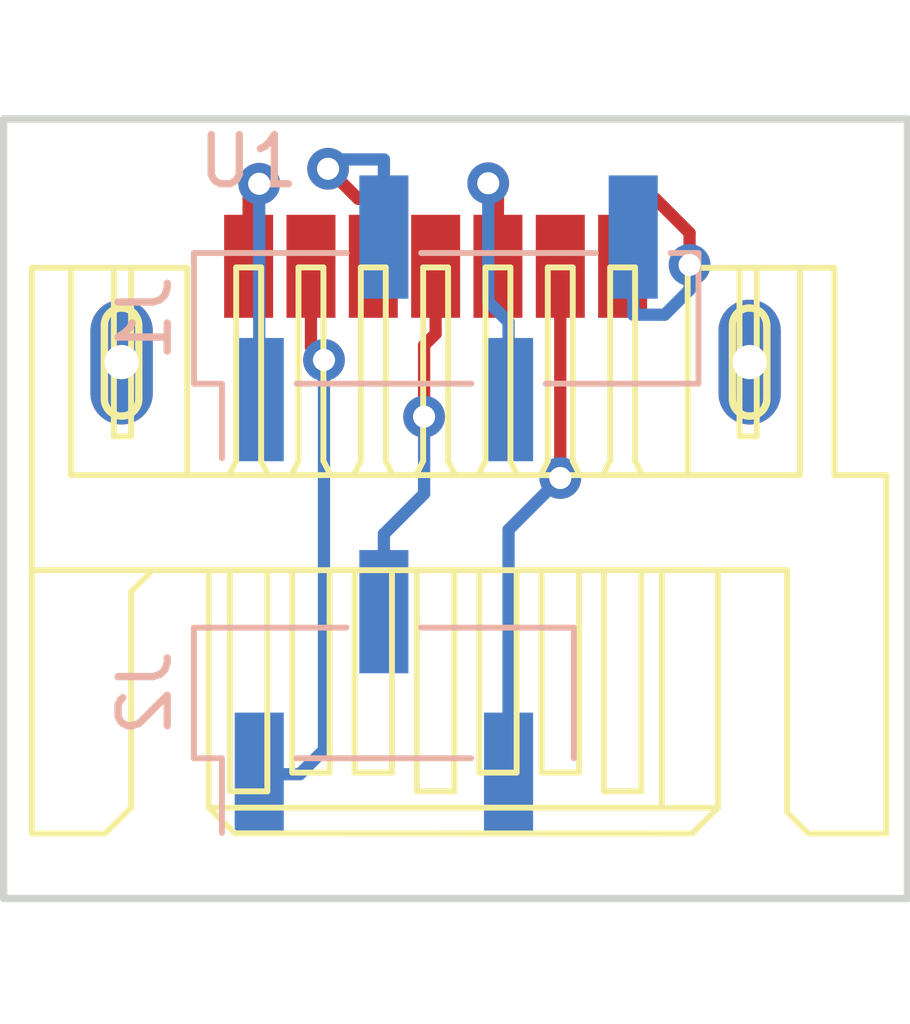
<source format=kicad_pcb>
(kicad_pcb (version 4) (host pcbnew 4.0.7-e2-6376~58~ubuntu16.04.1)

  (general
    (links 7)
    (no_connects 0)
    (area 139.624999 88.307856 158.190001 109.335858)
    (thickness 1.6)
    (drawings 4)
    (tracks 45)
    (zones 0)
    (modules 3)
    (nets 8)
  )

  (page A4)
  (layers
    (0 F.Cu signal)
    (31 B.Cu signal)
    (32 B.Adhes user)
    (33 F.Adhes user)
    (34 B.Paste user)
    (35 F.Paste user)
    (36 B.SilkS user)
    (37 F.SilkS user)
    (38 B.Mask user)
    (39 F.Mask user)
    (40 Dwgs.User user)
    (41 Cmts.User user)
    (42 Eco1.User user)
    (43 Eco2.User user)
    (44 Edge.Cuts user)
    (45 Margin user)
    (46 B.CrtYd user)
    (47 F.CrtYd user)
    (48 B.Fab user)
    (49 F.Fab user)
  )

  (setup
    (last_trace_width 0.25)
    (trace_clearance 0.2)
    (zone_clearance 0.508)
    (zone_45_only no)
    (trace_min 0.2)
    (segment_width 0.2)
    (edge_width 0.15)
    (via_size 0.85)
    (via_drill 0.45)
    (via_min_size 0.4)
    (via_min_drill 0.3)
    (uvia_size 0.3)
    (uvia_drill 0.1)
    (uvias_allowed no)
    (uvia_min_size 0.2)
    (uvia_min_drill 0.1)
    (pcb_text_width 0.3)
    (pcb_text_size 1.5 1.5)
    (mod_edge_width 0.15)
    (mod_text_size 1 1)
    (mod_text_width 0.15)
    (pad_size 1.524 1.524)
    (pad_drill 0.762)
    (pad_to_mask_clearance 0.2)
    (aux_axis_origin 0 0)
    (visible_elements FFFFFF7F)
    (pcbplotparams
      (layerselection 0x010f0_80000001)
      (usegerberextensions true)
      (excludeedgelayer true)
      (linewidth 0.100000)
      (plotframeref false)
      (viasonmask false)
      (mode 1)
      (useauxorigin false)
      (hpglpennumber 1)
      (hpglpenspeed 20)
      (hpglpendiameter 15)
      (hpglpenoverlay 2)
      (psnegative false)
      (psa4output false)
      (plotreference true)
      (plotvalue true)
      (plotinvisibletext false)
      (padsonsilk false)
      (subtractmaskfromsilk false)
      (outputformat 1)
      (mirror false)
      (drillshape 0)
      (scaleselection 1)
      (outputdirectory sata_data_02x03_4_2.54_gerber/))
  )

  (net 0 "")
  (net 1 "Net-(J1-Pad2)")
  (net 2 "Net-(J1-Pad4)")
  (net 3 "Net-(J1-Pad1)")
  (net 4 "Net-(J1-Pad3)")
  (net 5 "Net-(J2-Pad2)")
  (net 6 "Net-(J2-Pad1)")
  (net 7 "Net-(J2-Pad3)")

  (net_class Default "This is the default net class."
    (clearance 0.2)
    (trace_width 0.25)
    (via_dia 0.85)
    (via_drill 0.45)
    (uvia_dia 0.3)
    (uvia_drill 0.1)
    (add_net "Net-(J1-Pad1)")
    (add_net "Net-(J1-Pad2)")
    (add_net "Net-(J1-Pad3)")
    (add_net "Net-(J1-Pad4)")
    (add_net "Net-(J2-Pad1)")
    (add_net "Net-(J2-Pad2)")
    (add_net "Net-(J2-Pad3)")
  )

  (module Pin_Headers:Pin_Header_Straight_1x04_Pitch2.54mm_SMD_Pin1Right (layer B.Cu) (tedit 59650532) (tstamp 5A4D2A1C)
    (at 148.717 94.865 270)
    (descr "surface-mounted straight pin header, 1x04, 2.54mm pitch, single row, style 2 (pin 1 right)")
    (tags "Surface mounted pin header SMD 1x04 2.54mm single row style2 pin1 right")
    (path /5A4D32D8)
    (attr smd)
    (fp_text reference J1 (at 0 6.14 270) (layer B.SilkS)
      (effects (font (size 1 1) (thickness 0.15)) (justify mirror))
    )
    (fp_text value Conn_01x04_Odd (at 0 -6.14 270) (layer B.Fab)
      (effects (font (size 1 1) (thickness 0.15)) (justify mirror))
    )
    (fp_line (start 1.27 -5.08) (end -1.27 -5.08) (layer B.Fab) (width 0.1))
    (fp_line (start -1.27 5.08) (end 0.32 5.08) (layer B.Fab) (width 0.1))
    (fp_line (start 1.27 -5.08) (end 1.27 4.13) (layer B.Fab) (width 0.1))
    (fp_line (start 1.27 4.13) (end 0.32 5.08) (layer B.Fab) (width 0.1))
    (fp_line (start -1.27 5.08) (end -1.27 -5.08) (layer B.Fab) (width 0.1))
    (fp_line (start -1.27 1.59) (end -2.54 1.59) (layer B.Fab) (width 0.1))
    (fp_line (start -2.54 1.59) (end -2.54 0.95) (layer B.Fab) (width 0.1))
    (fp_line (start -2.54 0.95) (end -1.27 0.95) (layer B.Fab) (width 0.1))
    (fp_line (start -1.27 -3.49) (end -2.54 -3.49) (layer B.Fab) (width 0.1))
    (fp_line (start -2.54 -3.49) (end -2.54 -4.13) (layer B.Fab) (width 0.1))
    (fp_line (start -2.54 -4.13) (end -1.27 -4.13) (layer B.Fab) (width 0.1))
    (fp_line (start 1.27 4.13) (end 2.54 4.13) (layer B.Fab) (width 0.1))
    (fp_line (start 2.54 4.13) (end 2.54 3.49) (layer B.Fab) (width 0.1))
    (fp_line (start 2.54 3.49) (end 1.27 3.49) (layer B.Fab) (width 0.1))
    (fp_line (start 1.27 -0.95) (end 2.54 -0.95) (layer B.Fab) (width 0.1))
    (fp_line (start 2.54 -0.95) (end 2.54 -1.59) (layer B.Fab) (width 0.1))
    (fp_line (start 2.54 -1.59) (end 1.27 -1.59) (layer B.Fab) (width 0.1))
    (fp_line (start -1.33 5.14) (end 1.33 5.14) (layer B.SilkS) (width 0.12))
    (fp_line (start -1.33 -5.14) (end 1.33 -5.14) (layer B.SilkS) (width 0.12))
    (fp_line (start 1.33 3.05) (end 1.33 -0.51) (layer B.SilkS) (width 0.12))
    (fp_line (start 1.33 -2.03) (end 1.33 -5.14) (layer B.SilkS) (width 0.12))
    (fp_line (start -1.33 5.14) (end -1.33 2.03) (layer B.SilkS) (width 0.12))
    (fp_line (start 1.33 4.57) (end 2.85 4.57) (layer B.SilkS) (width 0.12))
    (fp_line (start 1.33 5.14) (end 1.33 4.57) (layer B.SilkS) (width 0.12))
    (fp_line (start -1.33 -4.57) (end -1.33 -5.14) (layer B.SilkS) (width 0.12))
    (fp_line (start -1.33 0.51) (end -1.33 -3.05) (layer B.SilkS) (width 0.12))
    (fp_line (start -3.45 5.6) (end -3.45 -5.6) (layer B.CrtYd) (width 0.05))
    (fp_line (start -3.45 -5.6) (end 3.45 -5.6) (layer B.CrtYd) (width 0.05))
    (fp_line (start 3.45 -5.6) (end 3.45 5.6) (layer B.CrtYd) (width 0.05))
    (fp_line (start 3.45 5.6) (end -3.45 5.6) (layer B.CrtYd) (width 0.05))
    (fp_text user %R (at 0 0 540) (layer B.Fab)
      (effects (font (size 1 1) (thickness 0.15)) (justify mirror))
    )
    (pad 2 smd rect (at -1.655 1.27 270) (size 2.51 1) (layers B.Cu B.Paste B.Mask)
      (net 1 "Net-(J1-Pad2)"))
    (pad 4 smd rect (at -1.655 -3.81 270) (size 2.51 1) (layers B.Cu B.Paste B.Mask)
      (net 2 "Net-(J1-Pad4)"))
    (pad 1 smd rect (at 1.655 3.81 270) (size 2.51 1) (layers B.Cu B.Paste B.Mask)
      (net 3 "Net-(J1-Pad1)"))
    (pad 3 smd rect (at 1.655 -1.27 270) (size 2.51 1) (layers B.Cu B.Paste B.Mask)
      (net 4 "Net-(J1-Pad3)"))
    (model ${KISYS3DMOD}/Pin_Headers.3dshapes/Pin_Header_Straight_1x04_Pitch2.54mm_SMD_Pin1Right.wrl
      (at (xyz 0 0 0))
      (scale (xyz 1 1 1))
      (rotate (xyz 0 0 0))
    )
  )

  (module Pin_Headers:Pin_Header_Straight_1x03_Pitch2.54mm_SMD_Pin1Right (layer B.Cu) (tedit 59650532) (tstamp 5A4D2A23)
    (at 147.447 102.493 270)
    (descr "surface-mounted straight pin header, 1x03, 2.54mm pitch, single row, style 2 (pin 1 right)")
    (tags "Surface mounted pin header SMD 1x03 2.54mm single row style2 pin1 right")
    (path /5A4D3333)
    (attr smd)
    (fp_text reference J2 (at 0 4.87 270) (layer B.SilkS)
      (effects (font (size 1 1) (thickness 0.15)) (justify mirror))
    )
    (fp_text value Conn_01x03_Even (at 0 -4.87 270) (layer B.Fab)
      (effects (font (size 1 1) (thickness 0.15)) (justify mirror))
    )
    (fp_line (start 1.27 -3.81) (end -1.27 -3.81) (layer B.Fab) (width 0.1))
    (fp_line (start -1.27 3.81) (end 0.32 3.81) (layer B.Fab) (width 0.1))
    (fp_line (start 1.27 -3.81) (end 1.27 2.86) (layer B.Fab) (width 0.1))
    (fp_line (start 1.27 2.86) (end 0.32 3.81) (layer B.Fab) (width 0.1))
    (fp_line (start -1.27 3.81) (end -1.27 -3.81) (layer B.Fab) (width 0.1))
    (fp_line (start -1.27 0.32) (end -2.54 0.32) (layer B.Fab) (width 0.1))
    (fp_line (start -2.54 0.32) (end -2.54 -0.32) (layer B.Fab) (width 0.1))
    (fp_line (start -2.54 -0.32) (end -1.27 -0.32) (layer B.Fab) (width 0.1))
    (fp_line (start 1.27 2.86) (end 2.54 2.86) (layer B.Fab) (width 0.1))
    (fp_line (start 2.54 2.86) (end 2.54 2.22) (layer B.Fab) (width 0.1))
    (fp_line (start 2.54 2.22) (end 1.27 2.22) (layer B.Fab) (width 0.1))
    (fp_line (start 1.27 -2.22) (end 2.54 -2.22) (layer B.Fab) (width 0.1))
    (fp_line (start 2.54 -2.22) (end 2.54 -2.86) (layer B.Fab) (width 0.1))
    (fp_line (start 2.54 -2.86) (end 1.27 -2.86) (layer B.Fab) (width 0.1))
    (fp_line (start -1.33 3.87) (end 1.33 3.87) (layer B.SilkS) (width 0.12))
    (fp_line (start -1.33 -3.87) (end 1.33 -3.87) (layer B.SilkS) (width 0.12))
    (fp_line (start 1.33 1.78) (end 1.33 -1.78) (layer B.SilkS) (width 0.12))
    (fp_line (start -1.33 3.87) (end -1.33 0.76) (layer B.SilkS) (width 0.12))
    (fp_line (start 1.33 3.3) (end 2.85 3.3) (layer B.SilkS) (width 0.12))
    (fp_line (start 1.33 3.87) (end 1.33 3.3) (layer B.SilkS) (width 0.12))
    (fp_line (start -1.33 -3.3) (end -1.33 -3.87) (layer B.SilkS) (width 0.12))
    (fp_line (start -1.33 -0.76) (end -1.33 -3.87) (layer B.SilkS) (width 0.12))
    (fp_line (start -3.45 4.35) (end -3.45 -4.35) (layer B.CrtYd) (width 0.05))
    (fp_line (start -3.45 -4.35) (end 3.45 -4.35) (layer B.CrtYd) (width 0.05))
    (fp_line (start 3.45 -4.35) (end 3.45 4.35) (layer B.CrtYd) (width 0.05))
    (fp_line (start 3.45 4.35) (end -3.45 4.35) (layer B.CrtYd) (width 0.05))
    (fp_text user %R (at 0 0 540) (layer B.Fab)
      (effects (font (size 1 1) (thickness 0.15)) (justify mirror))
    )
    (pad 2 smd rect (at -1.655 0 270) (size 2.51 1) (layers B.Cu B.Paste B.Mask)
      (net 5 "Net-(J2-Pad2)"))
    (pad 1 smd rect (at 1.655 2.54 270) (size 2.51 1) (layers B.Cu B.Paste B.Mask)
      (net 6 "Net-(J2-Pad1)"))
    (pad 3 smd rect (at 1.655 -2.54 270) (size 2.51 1) (layers B.Cu B.Paste B.Mask)
      (net 7 "Net-(J2-Pad3)"))
    (model ${KISYS3DMOD}/Pin_Headers.3dshapes/Pin_Header_Straight_1x03_Pitch2.54mm_SMD_Pin1Right.wrl
      (at (xyz 0 0 0))
      (scale (xyz 1 1 1))
      (rotate (xyz 0 0 0))
    )
  )

  (module Connectors:SATA-7_SMD (layer F.Cu) (tedit 0) (tstamp 5A4D2A30)
    (at 148.501 105.004)
    (descr "SERIAL ATA 7P R/A SMT")
    (tags "SERIAL ATA SATA")
    (path /5A4D31EB)
    (attr smd)
    (fp_text reference U1 (at -3.81 -13.335) (layer B.SilkS)
      (effects (font (size 1 1) (thickness 0.15)))
    )
    (fp_text value SATA_data (at 3.175 -13.335) (layer B.Fab)
      (effects (font (size 1 1) (thickness 0.15)))
    )
    (fp_line (start -6.04774 -9.99998) (end -6.04774 -8.49884) (layer F.SilkS) (width 0.15))
    (fp_line (start -6.74878 -8.49884) (end -6.74878 -9.99998) (layer F.SilkS) (width 0.15))
    (fp_line (start 6.74878 -9.99998) (end 6.74878 -8.49884) (layer F.SilkS) (width 0.15))
    (fp_line (start 6.04774 -8.49884) (end 6.04774 -9.99998) (layer F.SilkS) (width 0.15))
    (fp_line (start -8.22706 0.35052) (end -8.22706 -5.01142) (layer F.SilkS) (width 0.12))
    (fp_line (start -8.22706 -5.01142) (end -8.22706 -11.16838) (layer F.SilkS) (width 0.12))
    (fp_line (start -8.22706 -11.16838) (end -7.43458 -11.16838) (layer F.SilkS) (width 0.12))
    (fp_line (start -7.43458 -11.16838) (end -5.06222 -11.16838) (layer F.SilkS) (width 0.12))
    (fp_line (start -5.06222 -11.16838) (end -5.06222 -6.9469) (layer F.SilkS) (width 0.12))
    (fp_line (start -7.43458 -11.16838) (end -7.43458 -6.9469) (layer F.SilkS) (width 0.12))
    (fp_line (start -7.43458 -6.9469) (end 5.13588 -6.9469) (layer F.SilkS) (width 0.12))
    (fp_line (start 5.13588 -6.9469) (end 7.42442 -6.9469) (layer F.SilkS) (width 0.12))
    (fp_line (start 7.42442 -6.9469) (end 7.42442 -11.16838) (layer F.SilkS) (width 0.12))
    (fp_line (start 5.13588 -6.9469) (end 5.13588 -11.16838) (layer F.SilkS) (width 0.12))
    (fp_line (start 5.13588 -11.16838) (end 6.54304 -11.16838) (layer F.SilkS) (width 0.12))
    (fp_line (start 6.54304 -11.16838) (end 8.128 -11.16838) (layer F.SilkS) (width 0.12))
    (fp_line (start 8.128 -11.16838) (end 8.128 -6.9469) (layer F.SilkS) (width 0.12))
    (fp_line (start 8.128 -6.9469) (end 9.1821 -6.9469) (layer F.SilkS) (width 0.12))
    (fp_line (start 9.1821 -6.9469) (end 9.1821 0.35052) (layer F.SilkS) (width 0.12))
    (fp_line (start 9.1821 0.35052) (end 7.59968 0.35052) (layer F.SilkS) (width 0.12))
    (fp_line (start 7.59968 0.35052) (end 7.16026 -0.08636) (layer F.SilkS) (width 0.12))
    (fp_line (start 7.16026 -0.08636) (end 7.16026 -5.01142) (layer F.SilkS) (width 0.12))
    (fp_line (start 7.16026 -5.01142) (end 5.7531 -5.01142) (layer F.SilkS) (width 0.12))
    (fp_line (start 5.7531 -5.01142) (end 5.7531 -0.17526) (layer F.SilkS) (width 0.12))
    (fp_line (start 5.7531 -0.17526) (end 5.7531 -0.17526) (layer F.SilkS) (width 0.12))
    (fp_line (start 5.7531 -0.17526) (end 5.22478 0.35052) (layer F.SilkS) (width 0.12))
    (fp_line (start 5.22478 0.35052) (end -4.07416 0.34798) (layer F.SilkS) (width 0.12))
    (fp_line (start -6.731 0.35052) (end -8.22706 0.35052) (layer F.SilkS) (width 0.12))
    (fp_line (start -6.20522 -0.17526) (end -6.731 0.35052) (layer F.SilkS) (width 0.12))
    (fp_line (start -6.20522 -0.17526) (end -6.20522 -4.572) (layer F.SilkS) (width 0.12))
    (fp_line (start -6.20522 -4.572) (end -5.7658 -5.01142) (layer F.SilkS) (width 0.12))
    (fp_line (start -8.22706 -5.01142) (end 5.7531 -5.01142) (layer F.SilkS) (width 0.12))
    (fp_line (start 5.6642 -0.17526) (end 4.6101 -0.17526) (layer F.SilkS) (width 0.12))
    (fp_line (start 4.6101 -0.17526) (end -4.6228 -0.17526) (layer F.SilkS) (width 0.12))
    (fp_line (start -4.09702 0.33782) (end -4.6228 -0.17526) (layer F.SilkS) (width 0.12))
    (fp_line (start -4.6228 -0.17526) (end -4.6228 -4.92252) (layer F.SilkS) (width 0.12))
    (fp_line (start -0.381 -4.953) (end -0.381 -0.508) (layer F.SilkS) (width 0.12))
    (fp_line (start -0.381 -0.508) (end 0.381 -0.508) (layer F.SilkS) (width 0.12))
    (fp_line (start 0.381 -0.508) (end 0.381 -4.953) (layer F.SilkS) (width 0.12))
    (fp_line (start -1.651 -4.953) (end -1.651 -0.889) (layer F.SilkS) (width 0.12))
    (fp_line (start -1.651 -0.889) (end -0.889 -0.889) (layer F.SilkS) (width 0.12))
    (fp_line (start -0.889 -0.889) (end -0.889 -4.953) (layer F.SilkS) (width 0.12))
    (fp_line (start 0.889 -4.953) (end 0.889 -0.889) (layer F.SilkS) (width 0.12))
    (fp_line (start 0.889 -0.889) (end 1.651 -0.889) (layer F.SilkS) (width 0.12))
    (fp_line (start 1.651 -0.889) (end 1.651 -4.953) (layer F.SilkS) (width 0.12))
    (fp_line (start 2.159 -4.953) (end 2.159 -0.889) (layer F.SilkS) (width 0.12))
    (fp_line (start 2.159 -0.889) (end 2.921 -0.889) (layer F.SilkS) (width 0.12))
    (fp_line (start 2.921 -0.889) (end 2.921 -4.953) (layer F.SilkS) (width 0.12))
    (fp_line (start 3.429 -4.953) (end 3.429 -0.508) (layer F.SilkS) (width 0.12))
    (fp_line (start 3.429 -0.508) (end 4.191 -0.508) (layer F.SilkS) (width 0.12))
    (fp_line (start 4.191 -0.508) (end 4.191 -4.953) (layer F.SilkS) (width 0.12))
    (fp_line (start 4.6101 -0.17526) (end 4.6101 -4.92252) (layer F.SilkS) (width 0.12))
    (fp_line (start -3.429 -4.953) (end -3.429 -0.508) (layer F.SilkS) (width 0.12))
    (fp_line (start -3.429 -0.508) (end -4.191 -0.508) (layer F.SilkS) (width 0.12))
    (fp_line (start -4.191 -0.508) (end -4.191 -4.953) (layer F.SilkS) (width 0.12))
    (fp_line (start -2.921 -4.953) (end -2.921 -0.889) (layer F.SilkS) (width 0.12))
    (fp_line (start -2.921 -0.889) (end -2.159 -0.889) (layer F.SilkS) (width 0.12))
    (fp_line (start -2.159 -0.889) (end -2.159 -4.953) (layer F.SilkS) (width 0.12))
    (fp_line (start -4.191 -6.985) (end -4.064 -7.23646) (layer F.SilkS) (width 0.12))
    (fp_line (start -4.064 -7.23646) (end -4.064 -11.176) (layer F.SilkS) (width 0.12))
    (fp_line (start -4.064 -11.176) (end -3.556 -11.176) (layer F.SilkS) (width 0.12))
    (fp_line (start -3.556 -11.176) (end -3.556 -7.23646) (layer F.SilkS) (width 0.12))
    (fp_line (start -3.556 -7.23646) (end -3.429 -6.985) (layer F.SilkS) (width 0.12))
    (fp_line (start -2.921 -6.985) (end -2.794 -7.23646) (layer F.SilkS) (width 0.12))
    (fp_line (start -2.794 -7.23646) (end -2.794 -11.176) (layer F.SilkS) (width 0.12))
    (fp_line (start -2.794 -11.176) (end -2.286 -11.176) (layer F.SilkS) (width 0.12))
    (fp_line (start -2.286 -11.176) (end -2.286 -7.23646) (layer F.SilkS) (width 0.12))
    (fp_line (start -2.286 -7.23646) (end -2.159 -6.985) (layer F.SilkS) (width 0.12))
    (fp_line (start -1.651 -6.985) (end -1.524 -7.23646) (layer F.SilkS) (width 0.12))
    (fp_line (start -1.524 -7.23646) (end -1.524 -11.176) (layer F.SilkS) (width 0.12))
    (fp_line (start -1.524 -11.176) (end -1.016 -11.176) (layer F.SilkS) (width 0.12))
    (fp_line (start -1.016 -11.176) (end -1.016 -7.23646) (layer F.SilkS) (width 0.12))
    (fp_line (start -1.016 -7.23646) (end -0.889 -6.985) (layer F.SilkS) (width 0.12))
    (fp_line (start -0.381 -6.985) (end -0.254 -7.23646) (layer F.SilkS) (width 0.12))
    (fp_line (start -0.254 -7.23646) (end -0.254 -11.176) (layer F.SilkS) (width 0.12))
    (fp_line (start -0.254 -11.176) (end 0.254 -11.176) (layer F.SilkS) (width 0.12))
    (fp_line (start 0.254 -11.176) (end 0.254 -7.23646) (layer F.SilkS) (width 0.12))
    (fp_line (start 0.254 -7.23646) (end 0.381 -6.985) (layer F.SilkS) (width 0.12))
    (fp_line (start 0.889 -6.985) (end 1.016 -7.23646) (layer F.SilkS) (width 0.12))
    (fp_line (start 1.016 -7.23646) (end 1.016 -11.176) (layer F.SilkS) (width 0.12))
    (fp_line (start 1.016 -11.176) (end 1.524 -11.176) (layer F.SilkS) (width 0.12))
    (fp_line (start 1.524 -11.176) (end 1.524 -7.23646) (layer F.SilkS) (width 0.12))
    (fp_line (start 1.524 -7.23646) (end 1.651 -6.985) (layer F.SilkS) (width 0.12))
    (fp_line (start 2.159 -6.985) (end 2.286 -7.23646) (layer F.SilkS) (width 0.12))
    (fp_line (start 2.286 -7.23646) (end 2.286 -11.176) (layer F.SilkS) (width 0.12))
    (fp_line (start 2.286 -11.176) (end 2.794 -11.176) (layer F.SilkS) (width 0.12))
    (fp_line (start 2.794 -11.176) (end 2.794 -7.23646) (layer F.SilkS) (width 0.12))
    (fp_line (start 2.794 -7.23646) (end 2.921 -6.985) (layer F.SilkS) (width 0.12))
    (fp_line (start 3.429 -6.985) (end 3.556 -7.23646) (layer F.SilkS) (width 0.12))
    (fp_line (start 3.556 -7.23646) (end 3.556 -11.176) (layer F.SilkS) (width 0.12))
    (fp_line (start 3.556 -11.176) (end 4.064 -11.176) (layer F.SilkS) (width 0.12))
    (fp_line (start 4.064 -11.176) (end 4.064 -7.23646) (layer F.SilkS) (width 0.12))
    (fp_line (start 4.064 -7.23646) (end 4.191 -6.985) (layer F.SilkS) (width 0.12))
    (fp_line (start -6.55574 -11.07948) (end -6.55574 -7.73684) (layer F.SilkS) (width 0.12))
    (fp_line (start -6.55574 -7.73684) (end -6.20522 -7.73684) (layer F.SilkS) (width 0.12))
    (fp_line (start -6.20522 -7.73684) (end -6.20522 -11.07948) (layer F.SilkS) (width 0.12))
    (fp_line (start 6.19252 -11.07948) (end 6.19252 -7.73684) (layer F.SilkS) (width 0.12))
    (fp_line (start 6.19252 -7.73684) (end 6.54304 -7.73684) (layer F.SilkS) (width 0.12))
    (fp_line (start 6.54304 -7.73684) (end 6.54304 -11.16838) (layer F.SilkS) (width 0.12))
    (fp_arc (start -6.39826 -9.99998) (end -6.74878 -9.99998) (angle 90) (layer F.SilkS) (width 0.15))
    (fp_arc (start -6.39826 -9.99998) (end -6.39826 -10.34796) (angle 90) (layer F.SilkS) (width 0.15))
    (fp_arc (start -6.39826 -8.49884) (end -6.04774 -8.49884) (angle 90) (layer F.SilkS) (width 0.15))
    (fp_arc (start -6.39826 -8.49884) (end -6.39826 -8.14832) (angle 90) (layer F.SilkS) (width 0.15))
    (fp_arc (start 6.39826 -9.99998) (end 6.04774 -9.99998) (angle 90) (layer F.SilkS) (width 0.15))
    (fp_arc (start 6.39826 -9.99998) (end 6.39826 -10.34796) (angle 90) (layer F.SilkS) (width 0.15))
    (fp_arc (start 6.39826 -8.49884) (end 6.74878 -8.49884) (angle 90) (layer F.SilkS) (width 0.15))
    (fp_arc (start 6.39826 -8.49884) (end 6.39826 -8.14832) (angle 90) (layer F.SilkS) (width 0.15))
    (pad 1 smd rect (at -3.81 -11.19886) (size 0.99822 2.09804) (layers F.Cu F.Paste F.Mask)
      (net 3 "Net-(J1-Pad1)"))
    (pad 2 smd rect (at -2.54 -11.19886) (size 0.99822 2.09804) (layers F.Cu F.Paste F.Mask)
      (net 6 "Net-(J2-Pad1)"))
    (pad 3 smd rect (at -1.27 -11.19886) (size 0.99822 2.09804) (layers F.Cu F.Paste F.Mask)
      (net 1 "Net-(J1-Pad2)"))
    (pad 4 smd rect (at 0 -11.19886) (size 0.99822 2.09804) (layers F.Cu F.Paste F.Mask)
      (net 5 "Net-(J2-Pad2)"))
    (pad 5 smd rect (at 1.27 -11.19886) (size 0.99822 2.09804) (layers F.Cu F.Paste F.Mask)
      (net 4 "Net-(J1-Pad3)"))
    (pad 6 smd rect (at 2.54 -11.19886) (size 0.99822 2.09804) (layers F.Cu F.Paste F.Mask)
      (net 7 "Net-(J2-Pad3)"))
    (pad 7 smd rect (at 3.81 -11.19886) (size 0.99822 2.09804) (layers F.Cu F.Paste F.Mask)
      (net 2 "Net-(J1-Pad4)"))
    (pad M1 thru_hole oval (at -6.39826 -9.24814) (size 1.27 2.54) (drill 0.6985) (layers *.Cu F.Paste F.Mask))
    (pad M2 thru_hole oval (at 6.39826 -9.24814) (size 1.27 2.54) (drill 0.6985) (layers *.Cu F.Paste F.Mask))
  )

  (gr_line (start 158.115 90.805) (end 139.7 90.805) (layer Edge.Cuts) (width 0.15))
  (gr_line (start 158.115 106.68) (end 158.115 90.805) (layer Edge.Cuts) (width 0.15))
  (gr_line (start 139.7 106.68) (end 158.115 106.68) (layer Edge.Cuts) (width 0.15))
  (gr_line (start 139.7 90.805) (end 139.7 106.68) (layer Edge.Cuts) (width 0.15))

  (via (at 146.31 91.8193) (size 0.85) (layers F.Cu B.Cu) (net 1))
  (segment (start 146.4996 91.6297) (end 147.447 91.6297) (width 0.25) (layer B.Cu) (net 1))
  (segment (start 146.31 91.8193) (end 146.4996 91.6297) (width 0.25) (layer B.Cu) (net 1))
  (segment (start 146.9215 92.4308) (end 146.31 91.8193) (width 0.25) (layer F.Cu) (net 1))
  (segment (start 147.231 92.4308) (end 146.9215 92.4308) (width 0.25) (layer F.Cu) (net 1))
  (segment (start 147.447 93.21) (end 147.447 91.6297) (width 0.25) (layer B.Cu) (net 1))
  (segment (start 147.231 93.8051) (end 147.231 92.4308) (width 0.25) (layer F.Cu) (net 1))
  (via (at 153.6755 93.7771) (size 0.85) (layers F.Cu B.Cu) (net 2))
  (segment (start 153.6755 94.2838) (end 153.6755 93.7771) (width 0.25) (layer B.Cu) (net 2))
  (segment (start 153.169 94.7903) (end 153.6755 94.2838) (width 0.25) (layer B.Cu) (net 2))
  (segment (start 152.527 94.7903) (end 153.169 94.7903) (width 0.25) (layer B.Cu) (net 2))
  (segment (start 153.6754 93.7771) (end 153.6755 93.7771) (width 0.25) (layer F.Cu) (net 2))
  (segment (start 153.6754 93.1269) (end 153.6754 93.7771) (width 0.25) (layer F.Cu) (net 2))
  (segment (start 152.9793 92.4308) (end 153.6754 93.1269) (width 0.25) (layer F.Cu) (net 2))
  (segment (start 152.311 92.4308) (end 152.9793 92.4308) (width 0.25) (layer F.Cu) (net 2))
  (segment (start 152.311 93.8051) (end 152.311 92.4308) (width 0.25) (layer F.Cu) (net 2))
  (segment (start 152.527 93.21) (end 152.527 94.7903) (width 0.25) (layer B.Cu) (net 2))
  (via (at 144.907 92.1252) (size 0.85) (layers F.Cu B.Cu) (net 3))
  (segment (start 144.691 93.8051) (end 144.691 92.4308) (width 0.25) (layer F.Cu) (net 3))
  (segment (start 144.907 96.52) (end 144.907 92.1252) (width 0.25) (layer B.Cu) (net 3))
  (segment (start 144.691 92.3412) (end 144.907 92.1252) (width 0.25) (layer F.Cu) (net 3))
  (segment (start 144.691 92.4308) (end 144.691 92.3412) (width 0.25) (layer F.Cu) (net 3))
  (via (at 149.5736 92.1146) (size 0.85) (layers F.Cu B.Cu) (net 4))
  (segment (start 149.5736 94.5263) (end 149.5736 92.1146) (width 0.25) (layer B.Cu) (net 4))
  (segment (start 149.987 94.9397) (end 149.5736 94.5263) (width 0.25) (layer B.Cu) (net 4))
  (segment (start 149.771 92.312) (end 149.5736 92.1146) (width 0.25) (layer F.Cu) (net 4))
  (segment (start 149.771 93.8051) (end 149.771 92.312) (width 0.25) (layer F.Cu) (net 4))
  (segment (start 149.987 96.52) (end 149.987 94.9397) (width 0.25) (layer B.Cu) (net 4))
  (via (at 148.2665 96.8669) (size 0.85) (layers F.Cu B.Cu) (net 5))
  (segment (start 148.2665 95.4139) (end 148.2665 96.8669) (width 0.25) (layer F.Cu) (net 5))
  (segment (start 148.501 95.1794) (end 148.2665 95.4139) (width 0.25) (layer F.Cu) (net 5))
  (segment (start 148.2665 98.4382) (end 147.447 99.2577) (width 0.25) (layer B.Cu) (net 5))
  (segment (start 148.2665 96.8669) (end 148.2665 98.4382) (width 0.25) (layer B.Cu) (net 5))
  (segment (start 148.501 93.8051) (end 148.501 95.1794) (width 0.25) (layer F.Cu) (net 5))
  (segment (start 147.447 100.838) (end 147.447 99.2577) (width 0.25) (layer B.Cu) (net 5))
  (via (at 146.2265 95.7129) (size 0.85) (layers F.Cu B.Cu) (net 6))
  (segment (start 145.961 95.4474) (end 146.2265 95.7129) (width 0.25) (layer F.Cu) (net 6))
  (segment (start 145.961 93.8051) (end 145.961 95.4474) (width 0.25) (layer F.Cu) (net 6))
  (segment (start 146.2265 103.6538) (end 145.7323 104.148) (width 0.25) (layer B.Cu) (net 6))
  (segment (start 146.2265 95.7129) (end 146.2265 103.6538) (width 0.25) (layer B.Cu) (net 6))
  (segment (start 144.907 104.148) (end 145.7323 104.148) (width 0.25) (layer B.Cu) (net 6))
  (via (at 151.041 98.116) (size 0.85) (layers F.Cu B.Cu) (net 7))
  (segment (start 149.987 99.17) (end 151.041 98.116) (width 0.25) (layer B.Cu) (net 7))
  (segment (start 149.987 104.148) (end 149.987 99.17) (width 0.25) (layer B.Cu) (net 7))
  (segment (start 151.041 93.8051) (end 151.041 98.116) (width 0.25) (layer F.Cu) (net 7))

)

</source>
